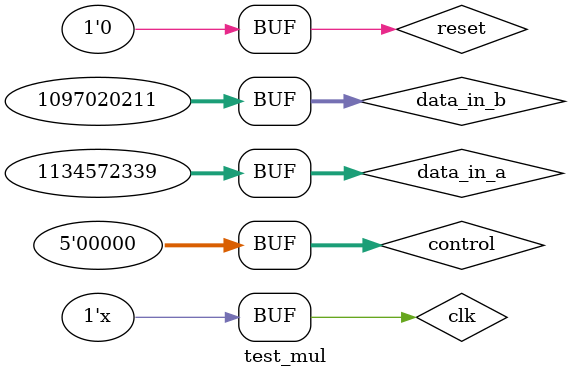
<source format=v>




module test_mul;
reg[31:0] data_in_a;
reg[31:0] data_in_b;
reg[4:0] control;
wire[31:0] data_out;
wire[4:0] flags;
reg clk,clk_enable,reset;


//fpadd(a, b, result, control, flags)
fpmul dut(data_in_a,data_in_b,data_out,control,flags);

initial
	begin
	clk=1'b0;
	reset=1'b0;
	control=5'b0;
	
	#100

	data_in_a<=32'b01000011101000000011001100110011;
	data_in_b<=32'b01000001011000110011001100110011;
 end
	
	
	
	always begin
	#20 clk = ~clk;
	end
	endmodule 
</source>
